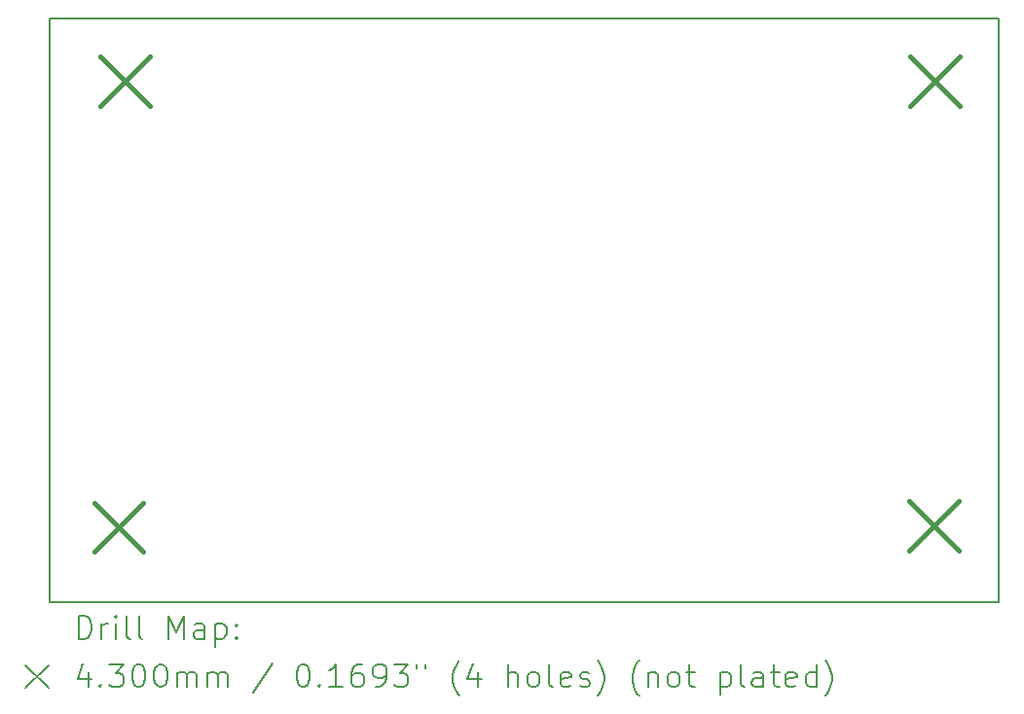
<source format=gbr>
%TF.GenerationSoftware,KiCad,Pcbnew,7.0.8*%
%TF.CreationDate,2025-03-29T18:24:59-04:00*%
%TF.ProjectId,v2315power,76323331-3570-46f7-9765-722e6b696361,rev?*%
%TF.SameCoordinates,Original*%
%TF.FileFunction,Drillmap*%
%TF.FilePolarity,Positive*%
%FSLAX45Y45*%
G04 Gerber Fmt 4.5, Leading zero omitted, Abs format (unit mm)*
G04 Created by KiCad (PCBNEW 7.0.8) date 2025-03-29 18:24:59*
%MOMM*%
%LPD*%
G01*
G04 APERTURE LIST*
%ADD10C,0.200000*%
%ADD11C,0.430000*%
G04 APERTURE END LIST*
D10*
X8220000Y-6609000D02*
X16475000Y-6609000D01*
X16475000Y-11689000D01*
X8220000Y-11689000D01*
X8220000Y-6609000D01*
D11*
X8606000Y-10824000D02*
X9036000Y-11254000D01*
X9036000Y-10824000D02*
X8606000Y-11254000D01*
X8663000Y-6939000D02*
X9093000Y-7369000D01*
X9093000Y-6939000D02*
X8663000Y-7369000D01*
X15696000Y-10813000D02*
X16126000Y-11243000D01*
X16126000Y-10813000D02*
X15696000Y-11243000D01*
X15707000Y-6939000D02*
X16137000Y-7369000D01*
X16137000Y-6939000D02*
X15707000Y-7369000D01*
D10*
X8470777Y-12010484D02*
X8470777Y-11810484D01*
X8470777Y-11810484D02*
X8518396Y-11810484D01*
X8518396Y-11810484D02*
X8546967Y-11820008D01*
X8546967Y-11820008D02*
X8566015Y-11839055D01*
X8566015Y-11839055D02*
X8575539Y-11858103D01*
X8575539Y-11858103D02*
X8585063Y-11896198D01*
X8585063Y-11896198D02*
X8585063Y-11924769D01*
X8585063Y-11924769D02*
X8575539Y-11962865D01*
X8575539Y-11962865D02*
X8566015Y-11981912D01*
X8566015Y-11981912D02*
X8546967Y-12000960D01*
X8546967Y-12000960D02*
X8518396Y-12010484D01*
X8518396Y-12010484D02*
X8470777Y-12010484D01*
X8670777Y-12010484D02*
X8670777Y-11877150D01*
X8670777Y-11915246D02*
X8680301Y-11896198D01*
X8680301Y-11896198D02*
X8689824Y-11886674D01*
X8689824Y-11886674D02*
X8708872Y-11877150D01*
X8708872Y-11877150D02*
X8727920Y-11877150D01*
X8794586Y-12010484D02*
X8794586Y-11877150D01*
X8794586Y-11810484D02*
X8785063Y-11820008D01*
X8785063Y-11820008D02*
X8794586Y-11829531D01*
X8794586Y-11829531D02*
X8804110Y-11820008D01*
X8804110Y-11820008D02*
X8794586Y-11810484D01*
X8794586Y-11810484D02*
X8794586Y-11829531D01*
X8918396Y-12010484D02*
X8899348Y-12000960D01*
X8899348Y-12000960D02*
X8889824Y-11981912D01*
X8889824Y-11981912D02*
X8889824Y-11810484D01*
X9023158Y-12010484D02*
X9004110Y-12000960D01*
X9004110Y-12000960D02*
X8994586Y-11981912D01*
X8994586Y-11981912D02*
X8994586Y-11810484D01*
X9251729Y-12010484D02*
X9251729Y-11810484D01*
X9251729Y-11810484D02*
X9318396Y-11953341D01*
X9318396Y-11953341D02*
X9385063Y-11810484D01*
X9385063Y-11810484D02*
X9385063Y-12010484D01*
X9566015Y-12010484D02*
X9566015Y-11905722D01*
X9566015Y-11905722D02*
X9556491Y-11886674D01*
X9556491Y-11886674D02*
X9537444Y-11877150D01*
X9537444Y-11877150D02*
X9499348Y-11877150D01*
X9499348Y-11877150D02*
X9480301Y-11886674D01*
X9566015Y-12000960D02*
X9546967Y-12010484D01*
X9546967Y-12010484D02*
X9499348Y-12010484D01*
X9499348Y-12010484D02*
X9480301Y-12000960D01*
X9480301Y-12000960D02*
X9470777Y-11981912D01*
X9470777Y-11981912D02*
X9470777Y-11962865D01*
X9470777Y-11962865D02*
X9480301Y-11943817D01*
X9480301Y-11943817D02*
X9499348Y-11934293D01*
X9499348Y-11934293D02*
X9546967Y-11934293D01*
X9546967Y-11934293D02*
X9566015Y-11924769D01*
X9661253Y-11877150D02*
X9661253Y-12077150D01*
X9661253Y-11886674D02*
X9680301Y-11877150D01*
X9680301Y-11877150D02*
X9718396Y-11877150D01*
X9718396Y-11877150D02*
X9737444Y-11886674D01*
X9737444Y-11886674D02*
X9746967Y-11896198D01*
X9746967Y-11896198D02*
X9756491Y-11915246D01*
X9756491Y-11915246D02*
X9756491Y-11972388D01*
X9756491Y-11972388D02*
X9746967Y-11991436D01*
X9746967Y-11991436D02*
X9737444Y-12000960D01*
X9737444Y-12000960D02*
X9718396Y-12010484D01*
X9718396Y-12010484D02*
X9680301Y-12010484D01*
X9680301Y-12010484D02*
X9661253Y-12000960D01*
X9842205Y-11991436D02*
X9851729Y-12000960D01*
X9851729Y-12000960D02*
X9842205Y-12010484D01*
X9842205Y-12010484D02*
X9832682Y-12000960D01*
X9832682Y-12000960D02*
X9842205Y-11991436D01*
X9842205Y-11991436D02*
X9842205Y-12010484D01*
X9842205Y-11886674D02*
X9851729Y-11896198D01*
X9851729Y-11896198D02*
X9842205Y-11905722D01*
X9842205Y-11905722D02*
X9832682Y-11896198D01*
X9832682Y-11896198D02*
X9842205Y-11886674D01*
X9842205Y-11886674D02*
X9842205Y-11905722D01*
X8010000Y-12239000D02*
X8210000Y-12439000D01*
X8210000Y-12239000D02*
X8010000Y-12439000D01*
X8556491Y-12297150D02*
X8556491Y-12430484D01*
X8508872Y-12220960D02*
X8461253Y-12363817D01*
X8461253Y-12363817D02*
X8585063Y-12363817D01*
X8661253Y-12411436D02*
X8670777Y-12420960D01*
X8670777Y-12420960D02*
X8661253Y-12430484D01*
X8661253Y-12430484D02*
X8651729Y-12420960D01*
X8651729Y-12420960D02*
X8661253Y-12411436D01*
X8661253Y-12411436D02*
X8661253Y-12430484D01*
X8737444Y-12230484D02*
X8861253Y-12230484D01*
X8861253Y-12230484D02*
X8794586Y-12306674D01*
X8794586Y-12306674D02*
X8823158Y-12306674D01*
X8823158Y-12306674D02*
X8842205Y-12316198D01*
X8842205Y-12316198D02*
X8851729Y-12325722D01*
X8851729Y-12325722D02*
X8861253Y-12344769D01*
X8861253Y-12344769D02*
X8861253Y-12392388D01*
X8861253Y-12392388D02*
X8851729Y-12411436D01*
X8851729Y-12411436D02*
X8842205Y-12420960D01*
X8842205Y-12420960D02*
X8823158Y-12430484D01*
X8823158Y-12430484D02*
X8766015Y-12430484D01*
X8766015Y-12430484D02*
X8746967Y-12420960D01*
X8746967Y-12420960D02*
X8737444Y-12411436D01*
X8985063Y-12230484D02*
X9004110Y-12230484D01*
X9004110Y-12230484D02*
X9023158Y-12240008D01*
X9023158Y-12240008D02*
X9032682Y-12249531D01*
X9032682Y-12249531D02*
X9042205Y-12268579D01*
X9042205Y-12268579D02*
X9051729Y-12306674D01*
X9051729Y-12306674D02*
X9051729Y-12354293D01*
X9051729Y-12354293D02*
X9042205Y-12392388D01*
X9042205Y-12392388D02*
X9032682Y-12411436D01*
X9032682Y-12411436D02*
X9023158Y-12420960D01*
X9023158Y-12420960D02*
X9004110Y-12430484D01*
X9004110Y-12430484D02*
X8985063Y-12430484D01*
X8985063Y-12430484D02*
X8966015Y-12420960D01*
X8966015Y-12420960D02*
X8956491Y-12411436D01*
X8956491Y-12411436D02*
X8946967Y-12392388D01*
X8946967Y-12392388D02*
X8937444Y-12354293D01*
X8937444Y-12354293D02*
X8937444Y-12306674D01*
X8937444Y-12306674D02*
X8946967Y-12268579D01*
X8946967Y-12268579D02*
X8956491Y-12249531D01*
X8956491Y-12249531D02*
X8966015Y-12240008D01*
X8966015Y-12240008D02*
X8985063Y-12230484D01*
X9175539Y-12230484D02*
X9194586Y-12230484D01*
X9194586Y-12230484D02*
X9213634Y-12240008D01*
X9213634Y-12240008D02*
X9223158Y-12249531D01*
X9223158Y-12249531D02*
X9232682Y-12268579D01*
X9232682Y-12268579D02*
X9242205Y-12306674D01*
X9242205Y-12306674D02*
X9242205Y-12354293D01*
X9242205Y-12354293D02*
X9232682Y-12392388D01*
X9232682Y-12392388D02*
X9223158Y-12411436D01*
X9223158Y-12411436D02*
X9213634Y-12420960D01*
X9213634Y-12420960D02*
X9194586Y-12430484D01*
X9194586Y-12430484D02*
X9175539Y-12430484D01*
X9175539Y-12430484D02*
X9156491Y-12420960D01*
X9156491Y-12420960D02*
X9146967Y-12411436D01*
X9146967Y-12411436D02*
X9137444Y-12392388D01*
X9137444Y-12392388D02*
X9127920Y-12354293D01*
X9127920Y-12354293D02*
X9127920Y-12306674D01*
X9127920Y-12306674D02*
X9137444Y-12268579D01*
X9137444Y-12268579D02*
X9146967Y-12249531D01*
X9146967Y-12249531D02*
X9156491Y-12240008D01*
X9156491Y-12240008D02*
X9175539Y-12230484D01*
X9327920Y-12430484D02*
X9327920Y-12297150D01*
X9327920Y-12316198D02*
X9337444Y-12306674D01*
X9337444Y-12306674D02*
X9356491Y-12297150D01*
X9356491Y-12297150D02*
X9385063Y-12297150D01*
X9385063Y-12297150D02*
X9404110Y-12306674D01*
X9404110Y-12306674D02*
X9413634Y-12325722D01*
X9413634Y-12325722D02*
X9413634Y-12430484D01*
X9413634Y-12325722D02*
X9423158Y-12306674D01*
X9423158Y-12306674D02*
X9442205Y-12297150D01*
X9442205Y-12297150D02*
X9470777Y-12297150D01*
X9470777Y-12297150D02*
X9489825Y-12306674D01*
X9489825Y-12306674D02*
X9499348Y-12325722D01*
X9499348Y-12325722D02*
X9499348Y-12430484D01*
X9594586Y-12430484D02*
X9594586Y-12297150D01*
X9594586Y-12316198D02*
X9604110Y-12306674D01*
X9604110Y-12306674D02*
X9623158Y-12297150D01*
X9623158Y-12297150D02*
X9651729Y-12297150D01*
X9651729Y-12297150D02*
X9670777Y-12306674D01*
X9670777Y-12306674D02*
X9680301Y-12325722D01*
X9680301Y-12325722D02*
X9680301Y-12430484D01*
X9680301Y-12325722D02*
X9689825Y-12306674D01*
X9689825Y-12306674D02*
X9708872Y-12297150D01*
X9708872Y-12297150D02*
X9737444Y-12297150D01*
X9737444Y-12297150D02*
X9756491Y-12306674D01*
X9756491Y-12306674D02*
X9766015Y-12325722D01*
X9766015Y-12325722D02*
X9766015Y-12430484D01*
X10156491Y-12220960D02*
X9985063Y-12478103D01*
X10413634Y-12230484D02*
X10432682Y-12230484D01*
X10432682Y-12230484D02*
X10451729Y-12240008D01*
X10451729Y-12240008D02*
X10461253Y-12249531D01*
X10461253Y-12249531D02*
X10470777Y-12268579D01*
X10470777Y-12268579D02*
X10480301Y-12306674D01*
X10480301Y-12306674D02*
X10480301Y-12354293D01*
X10480301Y-12354293D02*
X10470777Y-12392388D01*
X10470777Y-12392388D02*
X10461253Y-12411436D01*
X10461253Y-12411436D02*
X10451729Y-12420960D01*
X10451729Y-12420960D02*
X10432682Y-12430484D01*
X10432682Y-12430484D02*
X10413634Y-12430484D01*
X10413634Y-12430484D02*
X10394587Y-12420960D01*
X10394587Y-12420960D02*
X10385063Y-12411436D01*
X10385063Y-12411436D02*
X10375539Y-12392388D01*
X10375539Y-12392388D02*
X10366015Y-12354293D01*
X10366015Y-12354293D02*
X10366015Y-12306674D01*
X10366015Y-12306674D02*
X10375539Y-12268579D01*
X10375539Y-12268579D02*
X10385063Y-12249531D01*
X10385063Y-12249531D02*
X10394587Y-12240008D01*
X10394587Y-12240008D02*
X10413634Y-12230484D01*
X10566015Y-12411436D02*
X10575539Y-12420960D01*
X10575539Y-12420960D02*
X10566015Y-12430484D01*
X10566015Y-12430484D02*
X10556491Y-12420960D01*
X10556491Y-12420960D02*
X10566015Y-12411436D01*
X10566015Y-12411436D02*
X10566015Y-12430484D01*
X10766015Y-12430484D02*
X10651729Y-12430484D01*
X10708872Y-12430484D02*
X10708872Y-12230484D01*
X10708872Y-12230484D02*
X10689825Y-12259055D01*
X10689825Y-12259055D02*
X10670777Y-12278103D01*
X10670777Y-12278103D02*
X10651729Y-12287627D01*
X10937444Y-12230484D02*
X10899348Y-12230484D01*
X10899348Y-12230484D02*
X10880301Y-12240008D01*
X10880301Y-12240008D02*
X10870777Y-12249531D01*
X10870777Y-12249531D02*
X10851729Y-12278103D01*
X10851729Y-12278103D02*
X10842206Y-12316198D01*
X10842206Y-12316198D02*
X10842206Y-12392388D01*
X10842206Y-12392388D02*
X10851729Y-12411436D01*
X10851729Y-12411436D02*
X10861253Y-12420960D01*
X10861253Y-12420960D02*
X10880301Y-12430484D01*
X10880301Y-12430484D02*
X10918396Y-12430484D01*
X10918396Y-12430484D02*
X10937444Y-12420960D01*
X10937444Y-12420960D02*
X10946968Y-12411436D01*
X10946968Y-12411436D02*
X10956491Y-12392388D01*
X10956491Y-12392388D02*
X10956491Y-12344769D01*
X10956491Y-12344769D02*
X10946968Y-12325722D01*
X10946968Y-12325722D02*
X10937444Y-12316198D01*
X10937444Y-12316198D02*
X10918396Y-12306674D01*
X10918396Y-12306674D02*
X10880301Y-12306674D01*
X10880301Y-12306674D02*
X10861253Y-12316198D01*
X10861253Y-12316198D02*
X10851729Y-12325722D01*
X10851729Y-12325722D02*
X10842206Y-12344769D01*
X11051729Y-12430484D02*
X11089825Y-12430484D01*
X11089825Y-12430484D02*
X11108872Y-12420960D01*
X11108872Y-12420960D02*
X11118396Y-12411436D01*
X11118396Y-12411436D02*
X11137444Y-12382865D01*
X11137444Y-12382865D02*
X11146968Y-12344769D01*
X11146968Y-12344769D02*
X11146968Y-12268579D01*
X11146968Y-12268579D02*
X11137444Y-12249531D01*
X11137444Y-12249531D02*
X11127920Y-12240008D01*
X11127920Y-12240008D02*
X11108872Y-12230484D01*
X11108872Y-12230484D02*
X11070777Y-12230484D01*
X11070777Y-12230484D02*
X11051729Y-12240008D01*
X11051729Y-12240008D02*
X11042206Y-12249531D01*
X11042206Y-12249531D02*
X11032682Y-12268579D01*
X11032682Y-12268579D02*
X11032682Y-12316198D01*
X11032682Y-12316198D02*
X11042206Y-12335246D01*
X11042206Y-12335246D02*
X11051729Y-12344769D01*
X11051729Y-12344769D02*
X11070777Y-12354293D01*
X11070777Y-12354293D02*
X11108872Y-12354293D01*
X11108872Y-12354293D02*
X11127920Y-12344769D01*
X11127920Y-12344769D02*
X11137444Y-12335246D01*
X11137444Y-12335246D02*
X11146968Y-12316198D01*
X11213634Y-12230484D02*
X11337444Y-12230484D01*
X11337444Y-12230484D02*
X11270777Y-12306674D01*
X11270777Y-12306674D02*
X11299348Y-12306674D01*
X11299348Y-12306674D02*
X11318396Y-12316198D01*
X11318396Y-12316198D02*
X11327920Y-12325722D01*
X11327920Y-12325722D02*
X11337444Y-12344769D01*
X11337444Y-12344769D02*
X11337444Y-12392388D01*
X11337444Y-12392388D02*
X11327920Y-12411436D01*
X11327920Y-12411436D02*
X11318396Y-12420960D01*
X11318396Y-12420960D02*
X11299348Y-12430484D01*
X11299348Y-12430484D02*
X11242206Y-12430484D01*
X11242206Y-12430484D02*
X11223158Y-12420960D01*
X11223158Y-12420960D02*
X11213634Y-12411436D01*
X11413634Y-12230484D02*
X11413634Y-12268579D01*
X11489825Y-12230484D02*
X11489825Y-12268579D01*
X11785063Y-12506674D02*
X11775539Y-12497150D01*
X11775539Y-12497150D02*
X11756491Y-12468579D01*
X11756491Y-12468579D02*
X11746968Y-12449531D01*
X11746968Y-12449531D02*
X11737444Y-12420960D01*
X11737444Y-12420960D02*
X11727920Y-12373341D01*
X11727920Y-12373341D02*
X11727920Y-12335246D01*
X11727920Y-12335246D02*
X11737444Y-12287627D01*
X11737444Y-12287627D02*
X11746968Y-12259055D01*
X11746968Y-12259055D02*
X11756491Y-12240008D01*
X11756491Y-12240008D02*
X11775539Y-12211436D01*
X11775539Y-12211436D02*
X11785063Y-12201912D01*
X11946968Y-12297150D02*
X11946968Y-12430484D01*
X11899348Y-12220960D02*
X11851729Y-12363817D01*
X11851729Y-12363817D02*
X11975539Y-12363817D01*
X12204110Y-12430484D02*
X12204110Y-12230484D01*
X12289825Y-12430484D02*
X12289825Y-12325722D01*
X12289825Y-12325722D02*
X12280301Y-12306674D01*
X12280301Y-12306674D02*
X12261253Y-12297150D01*
X12261253Y-12297150D02*
X12232682Y-12297150D01*
X12232682Y-12297150D02*
X12213634Y-12306674D01*
X12213634Y-12306674D02*
X12204110Y-12316198D01*
X12413634Y-12430484D02*
X12394587Y-12420960D01*
X12394587Y-12420960D02*
X12385063Y-12411436D01*
X12385063Y-12411436D02*
X12375539Y-12392388D01*
X12375539Y-12392388D02*
X12375539Y-12335246D01*
X12375539Y-12335246D02*
X12385063Y-12316198D01*
X12385063Y-12316198D02*
X12394587Y-12306674D01*
X12394587Y-12306674D02*
X12413634Y-12297150D01*
X12413634Y-12297150D02*
X12442206Y-12297150D01*
X12442206Y-12297150D02*
X12461253Y-12306674D01*
X12461253Y-12306674D02*
X12470777Y-12316198D01*
X12470777Y-12316198D02*
X12480301Y-12335246D01*
X12480301Y-12335246D02*
X12480301Y-12392388D01*
X12480301Y-12392388D02*
X12470777Y-12411436D01*
X12470777Y-12411436D02*
X12461253Y-12420960D01*
X12461253Y-12420960D02*
X12442206Y-12430484D01*
X12442206Y-12430484D02*
X12413634Y-12430484D01*
X12594587Y-12430484D02*
X12575539Y-12420960D01*
X12575539Y-12420960D02*
X12566015Y-12401912D01*
X12566015Y-12401912D02*
X12566015Y-12230484D01*
X12746968Y-12420960D02*
X12727920Y-12430484D01*
X12727920Y-12430484D02*
X12689825Y-12430484D01*
X12689825Y-12430484D02*
X12670777Y-12420960D01*
X12670777Y-12420960D02*
X12661253Y-12401912D01*
X12661253Y-12401912D02*
X12661253Y-12325722D01*
X12661253Y-12325722D02*
X12670777Y-12306674D01*
X12670777Y-12306674D02*
X12689825Y-12297150D01*
X12689825Y-12297150D02*
X12727920Y-12297150D01*
X12727920Y-12297150D02*
X12746968Y-12306674D01*
X12746968Y-12306674D02*
X12756491Y-12325722D01*
X12756491Y-12325722D02*
X12756491Y-12344769D01*
X12756491Y-12344769D02*
X12661253Y-12363817D01*
X12832682Y-12420960D02*
X12851730Y-12430484D01*
X12851730Y-12430484D02*
X12889825Y-12430484D01*
X12889825Y-12430484D02*
X12908872Y-12420960D01*
X12908872Y-12420960D02*
X12918396Y-12401912D01*
X12918396Y-12401912D02*
X12918396Y-12392388D01*
X12918396Y-12392388D02*
X12908872Y-12373341D01*
X12908872Y-12373341D02*
X12889825Y-12363817D01*
X12889825Y-12363817D02*
X12861253Y-12363817D01*
X12861253Y-12363817D02*
X12842206Y-12354293D01*
X12842206Y-12354293D02*
X12832682Y-12335246D01*
X12832682Y-12335246D02*
X12832682Y-12325722D01*
X12832682Y-12325722D02*
X12842206Y-12306674D01*
X12842206Y-12306674D02*
X12861253Y-12297150D01*
X12861253Y-12297150D02*
X12889825Y-12297150D01*
X12889825Y-12297150D02*
X12908872Y-12306674D01*
X12985063Y-12506674D02*
X12994587Y-12497150D01*
X12994587Y-12497150D02*
X13013634Y-12468579D01*
X13013634Y-12468579D02*
X13023158Y-12449531D01*
X13023158Y-12449531D02*
X13032682Y-12420960D01*
X13032682Y-12420960D02*
X13042206Y-12373341D01*
X13042206Y-12373341D02*
X13042206Y-12335246D01*
X13042206Y-12335246D02*
X13032682Y-12287627D01*
X13032682Y-12287627D02*
X13023158Y-12259055D01*
X13023158Y-12259055D02*
X13013634Y-12240008D01*
X13013634Y-12240008D02*
X12994587Y-12211436D01*
X12994587Y-12211436D02*
X12985063Y-12201912D01*
X13346968Y-12506674D02*
X13337444Y-12497150D01*
X13337444Y-12497150D02*
X13318396Y-12468579D01*
X13318396Y-12468579D02*
X13308872Y-12449531D01*
X13308872Y-12449531D02*
X13299349Y-12420960D01*
X13299349Y-12420960D02*
X13289825Y-12373341D01*
X13289825Y-12373341D02*
X13289825Y-12335246D01*
X13289825Y-12335246D02*
X13299349Y-12287627D01*
X13299349Y-12287627D02*
X13308872Y-12259055D01*
X13308872Y-12259055D02*
X13318396Y-12240008D01*
X13318396Y-12240008D02*
X13337444Y-12211436D01*
X13337444Y-12211436D02*
X13346968Y-12201912D01*
X13423158Y-12297150D02*
X13423158Y-12430484D01*
X13423158Y-12316198D02*
X13432682Y-12306674D01*
X13432682Y-12306674D02*
X13451730Y-12297150D01*
X13451730Y-12297150D02*
X13480301Y-12297150D01*
X13480301Y-12297150D02*
X13499349Y-12306674D01*
X13499349Y-12306674D02*
X13508872Y-12325722D01*
X13508872Y-12325722D02*
X13508872Y-12430484D01*
X13632682Y-12430484D02*
X13613634Y-12420960D01*
X13613634Y-12420960D02*
X13604111Y-12411436D01*
X13604111Y-12411436D02*
X13594587Y-12392388D01*
X13594587Y-12392388D02*
X13594587Y-12335246D01*
X13594587Y-12335246D02*
X13604111Y-12316198D01*
X13604111Y-12316198D02*
X13613634Y-12306674D01*
X13613634Y-12306674D02*
X13632682Y-12297150D01*
X13632682Y-12297150D02*
X13661253Y-12297150D01*
X13661253Y-12297150D02*
X13680301Y-12306674D01*
X13680301Y-12306674D02*
X13689825Y-12316198D01*
X13689825Y-12316198D02*
X13699349Y-12335246D01*
X13699349Y-12335246D02*
X13699349Y-12392388D01*
X13699349Y-12392388D02*
X13689825Y-12411436D01*
X13689825Y-12411436D02*
X13680301Y-12420960D01*
X13680301Y-12420960D02*
X13661253Y-12430484D01*
X13661253Y-12430484D02*
X13632682Y-12430484D01*
X13756492Y-12297150D02*
X13832682Y-12297150D01*
X13785063Y-12230484D02*
X13785063Y-12401912D01*
X13785063Y-12401912D02*
X13794587Y-12420960D01*
X13794587Y-12420960D02*
X13813634Y-12430484D01*
X13813634Y-12430484D02*
X13832682Y-12430484D01*
X14051730Y-12297150D02*
X14051730Y-12497150D01*
X14051730Y-12306674D02*
X14070777Y-12297150D01*
X14070777Y-12297150D02*
X14108873Y-12297150D01*
X14108873Y-12297150D02*
X14127920Y-12306674D01*
X14127920Y-12306674D02*
X14137444Y-12316198D01*
X14137444Y-12316198D02*
X14146968Y-12335246D01*
X14146968Y-12335246D02*
X14146968Y-12392388D01*
X14146968Y-12392388D02*
X14137444Y-12411436D01*
X14137444Y-12411436D02*
X14127920Y-12420960D01*
X14127920Y-12420960D02*
X14108873Y-12430484D01*
X14108873Y-12430484D02*
X14070777Y-12430484D01*
X14070777Y-12430484D02*
X14051730Y-12420960D01*
X14261253Y-12430484D02*
X14242206Y-12420960D01*
X14242206Y-12420960D02*
X14232682Y-12401912D01*
X14232682Y-12401912D02*
X14232682Y-12230484D01*
X14423158Y-12430484D02*
X14423158Y-12325722D01*
X14423158Y-12325722D02*
X14413634Y-12306674D01*
X14413634Y-12306674D02*
X14394587Y-12297150D01*
X14394587Y-12297150D02*
X14356492Y-12297150D01*
X14356492Y-12297150D02*
X14337444Y-12306674D01*
X14423158Y-12420960D02*
X14404111Y-12430484D01*
X14404111Y-12430484D02*
X14356492Y-12430484D01*
X14356492Y-12430484D02*
X14337444Y-12420960D01*
X14337444Y-12420960D02*
X14327920Y-12401912D01*
X14327920Y-12401912D02*
X14327920Y-12382865D01*
X14327920Y-12382865D02*
X14337444Y-12363817D01*
X14337444Y-12363817D02*
X14356492Y-12354293D01*
X14356492Y-12354293D02*
X14404111Y-12354293D01*
X14404111Y-12354293D02*
X14423158Y-12344769D01*
X14489825Y-12297150D02*
X14566015Y-12297150D01*
X14518396Y-12230484D02*
X14518396Y-12401912D01*
X14518396Y-12401912D02*
X14527920Y-12420960D01*
X14527920Y-12420960D02*
X14546968Y-12430484D01*
X14546968Y-12430484D02*
X14566015Y-12430484D01*
X14708873Y-12420960D02*
X14689825Y-12430484D01*
X14689825Y-12430484D02*
X14651730Y-12430484D01*
X14651730Y-12430484D02*
X14632682Y-12420960D01*
X14632682Y-12420960D02*
X14623158Y-12401912D01*
X14623158Y-12401912D02*
X14623158Y-12325722D01*
X14623158Y-12325722D02*
X14632682Y-12306674D01*
X14632682Y-12306674D02*
X14651730Y-12297150D01*
X14651730Y-12297150D02*
X14689825Y-12297150D01*
X14689825Y-12297150D02*
X14708873Y-12306674D01*
X14708873Y-12306674D02*
X14718396Y-12325722D01*
X14718396Y-12325722D02*
X14718396Y-12344769D01*
X14718396Y-12344769D02*
X14623158Y-12363817D01*
X14889825Y-12430484D02*
X14889825Y-12230484D01*
X14889825Y-12420960D02*
X14870777Y-12430484D01*
X14870777Y-12430484D02*
X14832682Y-12430484D01*
X14832682Y-12430484D02*
X14813634Y-12420960D01*
X14813634Y-12420960D02*
X14804111Y-12411436D01*
X14804111Y-12411436D02*
X14794587Y-12392388D01*
X14794587Y-12392388D02*
X14794587Y-12335246D01*
X14794587Y-12335246D02*
X14804111Y-12316198D01*
X14804111Y-12316198D02*
X14813634Y-12306674D01*
X14813634Y-12306674D02*
X14832682Y-12297150D01*
X14832682Y-12297150D02*
X14870777Y-12297150D01*
X14870777Y-12297150D02*
X14889825Y-12306674D01*
X14966015Y-12506674D02*
X14975539Y-12497150D01*
X14975539Y-12497150D02*
X14994587Y-12468579D01*
X14994587Y-12468579D02*
X15004111Y-12449531D01*
X15004111Y-12449531D02*
X15013634Y-12420960D01*
X15013634Y-12420960D02*
X15023158Y-12373341D01*
X15023158Y-12373341D02*
X15023158Y-12335246D01*
X15023158Y-12335246D02*
X15013634Y-12287627D01*
X15013634Y-12287627D02*
X15004111Y-12259055D01*
X15004111Y-12259055D02*
X14994587Y-12240008D01*
X14994587Y-12240008D02*
X14975539Y-12211436D01*
X14975539Y-12211436D02*
X14966015Y-12201912D01*
M02*

</source>
